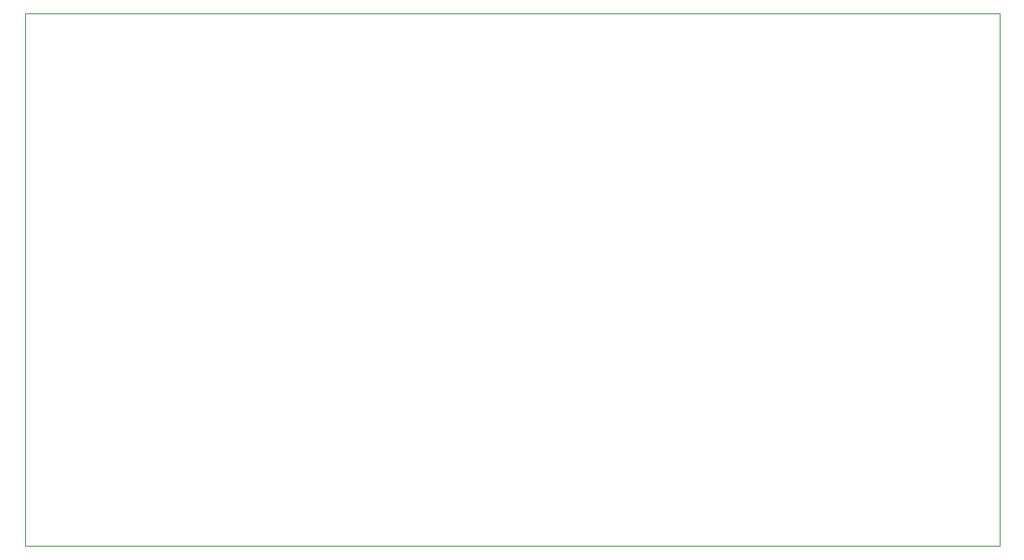
<source format=gbr>
%TF.GenerationSoftware,KiCad,Pcbnew,(6.0.7)*%
%TF.CreationDate,2023-03-18T11:43:07+08:00*%
%TF.ProjectId,LED driver,4c454420-6472-4697-9665-722e6b696361,rev?*%
%TF.SameCoordinates,Original*%
%TF.FileFunction,Profile,NP*%
%FSLAX46Y46*%
G04 Gerber Fmt 4.6, Leading zero omitted, Abs format (unit mm)*
G04 Created by KiCad (PCBNEW (6.0.7)) date 2023-03-18 11:43:07*
%MOMM*%
%LPD*%
G01*
G04 APERTURE LIST*
%TA.AperFunction,Profile*%
%ADD10C,0.100000*%
%TD*%
G04 APERTURE END LIST*
D10*
X92710000Y-71120000D02*
X191262000Y-71120000D01*
X191262000Y-71120000D02*
X191262000Y-124968000D01*
X191262000Y-124968000D02*
X92710000Y-124968000D01*
X92710000Y-124968000D02*
X92710000Y-71120000D01*
M02*

</source>
